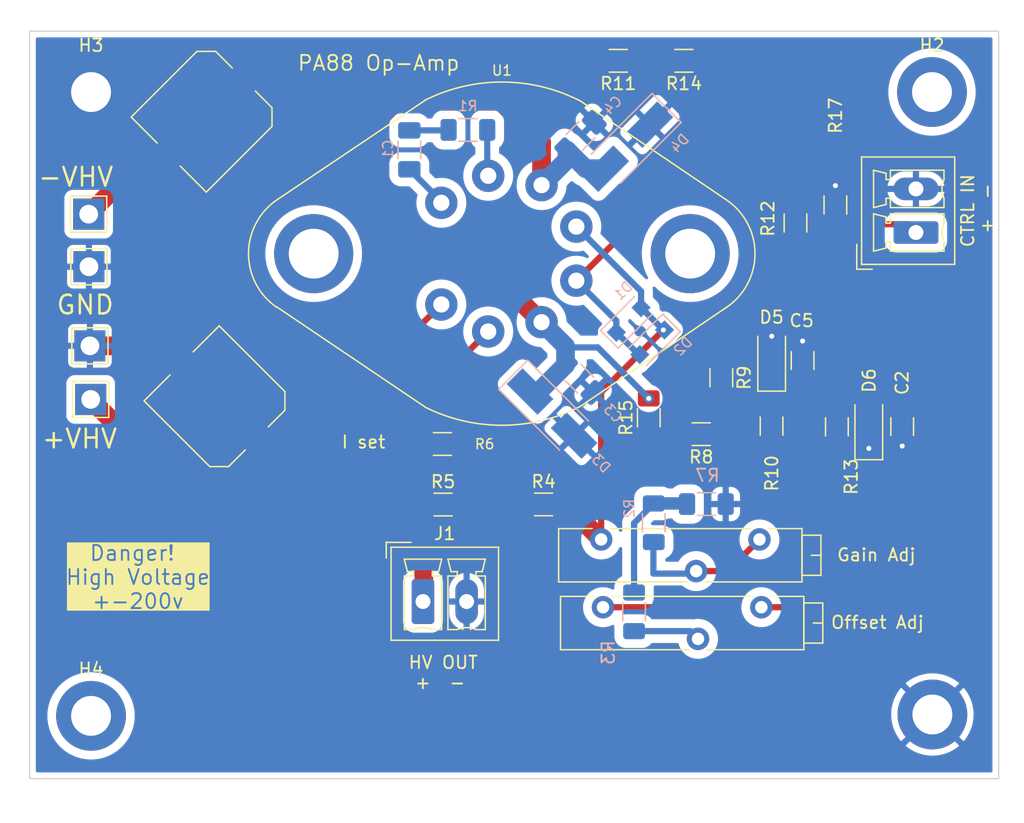
<source format=kicad_pcb>
(kicad_pcb (version 20241229) (generator "pcbnew") (generator_version "9.0")
  (layers (0 "F.Cu" signal) (2 "B.Cu" signal) (13 "F.Paste" user) (15 "B.Paste" user) (5 "F.SilkS" user "F.Silkscreen") (7 "B.SilkS" user "B.Silkscreen") (1 "F.Mask" user) (3 "B.Mask" user) (25 "Edge.Cuts" user))
  (net 0 "")
  (net 1 "Net-(C1-Pad1)")
  (net 2 "Net-(U1-CC)")
  (net 3 "GND")
  (net 4 "/CTRL")
  (net 5 "/HVOUT")
  (net 6 "Net-(R4-Pad1)")
  (net 7 "Net-(R2-Pad2)")
  (net 8 "Net-(U1-CL)")
  (net 9 "+VHV")
  (net 10 "-VHV")
  (net 11 "Net-(D1-A)")
  (net 13 "Net-(R8-Pad1)")
  (net 14 "+VLV")
  (net 15 "-VLV")
  (net 16 "Net-(R10-Pad1)")
  (net 17 "Net-(R11-Pad1)")
  (net 18 "Net-(R13-Pad2)")
  (net 19 "Net-(R3-Pad2)")
  (net 20 "Net-(U1-RC)")
  (net 21 "Net-(R2-Pad1)")
  (net 23 "Net-(R15-Pad1)")
  (net 24 "Net-(R12-Pad2)")
  (footprint "TestPoint:TestPoint_THTPad_2.5x2.5mm_Drill1.2mm" (layer "F.Cu") (at 135.53 87.31)
    (property "Reference" "TP4" (hide yes))
    (property "Value" "GND" (hide yes))
    (fp_line (start -1.45 -1.45) (end 1.45 -1.45) (stroke (width 0.12)) (layer "F.SilkS"))
    (fp_line (start -1.45 1.45) (end -1.45 -1.45) (stroke (width 0.12)) (layer "F.SilkS"))
    (fp_line (start 1.45 -1.45) (end 1.45 1.45) (stroke (width 0.12)) (layer "F.SilkS"))
    (fp_line (start 1.45 1.45) (end -1.45 1.45) (stroke (width 0.12)) (layer "F.SilkS"))
    (pad "1" thru_hole rect (at 0 0) (size 2.5 2.5) (drill 1.5) (layers "*.Cu" "*.Mask") (net 3 "GND"))
  )
  (footprint "Capacitor_SMD:C_1206_3216Metric_Pad1.33x1.80mm_HandSolder" (layer "F.Cu") (at 200.69 93.79 90)
    (property "Reference" "C2" (at 3.51 -0.01 90) (layer "F.SilkS"))
    (property "Value" "200pf")
    (fp_line (start -0.711252 -0.91) (end 0.711252 -0.91) (stroke (width 0.12)) (layer "F.SilkS"))
    (fp_line (start -0.711252 0.91) (end 0.711252 0.91) (stroke (width 0.12)) (layer "F.SilkS"))
    (pad "1" smd roundrect (at -1.5625 0 90) (size 1.325 1.8) (layers "F.Cu" "F.Mask" "F.Paste") (roundrect_rratio 0.188679) (net 3 "GND"))
    (pad "2" smd roundrect (at 1.5625 0 90) (size 1.325 1.8) (layers "F.Cu" "F.Mask" "F.Paste") (roundrect_rratio 0.188679) (net 15 "-VLV"))
  )
  (footprint "Resistor_SMD:R_1206_3216Metric_Pad1.30x1.75mm_HandSolder" (layer "F.Cu") (at 195.45 93.81 -90)
    (property "Reference" "R13" (at 4.01 -1.15 90) (layer "F.SilkS"))
    (property "Value" "100k")
    (fp_line (start -0.727064 0.91) (end 0.727064 0.91) (stroke (width 0.12)) (layer "F.SilkS"))
    (fp_line (start -0.727064 -0.91) (end 0.727064 -0.91) (stroke (width 0.12)) (layer "F.SilkS"))
    (pad "1" smd roundrect (at -1.55 0 270) (size 1.3 1.75) (layers "F.Cu" "F.Mask" "F.Paste") (roundrect_rratio 0.192308) (net 15 "-VLV"))
    (pad "2" smd roundrect (at 1.55 0 270) (size 1.3 1.75) (layers "F.Cu" "F.Mask" "F.Paste") (roundrect_rratio 0.192308) (net 18 "Net-(R13-Pad2)"))
  )
  (footprint "Connector_Phoenix_MC:PhoenixContact_MCV_1,5_2-G-3.5_1x02_P3.50mm_Vertical" (layer "F.Cu") (at 162.2475 107.8325)
    (property "Reference" "J1" (at 1.75 -5.45 0) (layer "F.SilkS"))
    (property "Value" "Screw_Terminal_01x02" (hide yes))
    (fp_line (start -2.95 -4.75) (end -0.95 -4.75) (stroke (width 0.12)) (layer "F.SilkS"))
    (fp_line (start -2.95 -3.5) (end -2.95 -4.75) (stroke (width 0.12)) (layer "F.SilkS"))
    (fp_line (start -2.56 -4.36) (end -2.56 3.11) (stroke (width 0.12)) (layer "F.SilkS"))
    (fp_line (start -2.56 3.11) (end 6.06 3.11) (stroke (width 0.12)) (layer "F.SilkS"))
    (fp_line (start -1.5 -3.4) (end 1.5 -3.4) (stroke (width 0.12)) (layer "F.SilkS"))
    (fp_line (start -1.5 -2.05) (end -0.75 -2.05) (stroke (width 0.12)) (layer "F.SilkS"))
    (fp_line (start -1.5 2.25) (end -1.5 -2.05) (stroke (width 0.12)) (layer "F.SilkS"))
    (fp_line (start -1.25 -2.4) (end -1.5 -3.4) (stroke (width 0.12)) (layer "F.SilkS"))
    (fp_line (start -0.75 -2.4) (end -1.25 -2.4) (stroke (width 0.12)) (layer "F.SilkS"))
    (fp_line (start -0.75 -2.05) (end -0.75 -2.4) (stroke (width 0.12)) (layer "F.SilkS"))
    (fp_line (start -0.75 2.25) (end -1.5 2.25) (stroke (width 0.12)) (layer "F.SilkS"))
    (fp_line (start 0.75 -2.4) (end 0.75 -2.05) (stroke (width 0.12)) (layer "F.SilkS"))
    (fp_line (start 0.75 -2.05) (end 1.5 -2.05) (stroke (width 0.12)) (layer "F.SilkS"))
    (fp_line (start 1.25 -2.4) (end 0.75 -2.4) (stroke (width 0.12)) (layer "F.SilkS"))
    (fp_line (start 1.5 -3.4) (end 1.25 -2.4) (stroke (width 0.12)) (layer "F.SilkS"))
    (fp_line (start 1.5 -2.05) (end 1.5 2.25) (stroke (width 0.12)) (layer "F.SilkS"))
    (fp_line (start 1.5 2.25) (end 0.75 2.25) (stroke (width 0.12)) (layer "F.SilkS"))
    (fp_line (start 2 -3.4) (end 5 -3.4) (stroke (width 0.12)) (layer "F.SilkS"))
    (fp_line (start 2 -2.05) (end 2.75 -2.05) (stroke (width 0.12)) (layer "F.SilkS"))
    (fp_line (start 2 2.25) (end 2 -2.05) (stroke (width 0.12)) (layer "F.SilkS"))
    (fp_line (start 2.25 -2.4) (end 2 -3.4) (stroke (width 0.12)) (layer "F.SilkS"))
    (fp_line (start 2.75 -2.4) (end 2.25 -2.4) (stroke (width 0.12)) (layer "F.SilkS"))
    (fp_line (start 2.75 -2.05) (end 2.75 -2.4) (stroke (width 0.12)) (layer "F.SilkS"))
    (fp_line (start 2.75 2.25) (end 2 2.25) (stroke (width 0.12)) (layer "F.SilkS"))
    (fp_line (start 4.25 -2.4) (end 4.25 -2.05) (stroke (width 0.12)) (layer "F.SilkS"))
    (fp_line (start 4.25 -2.05) (end 5 -2.05) (stroke (width 0.12)) (layer "F.SilkS"))
    (fp_line (start 4.75 -2.4) (end 4.25 -2.4) (stroke (width 0.12)) (layer "F.SilkS"))
    (fp_line (start 5 -3.4) (end 4.75 -2.4) (stroke (width 0.12)) (layer "F.SilkS"))
    (fp_line (start 5 -2.05) (end 5 2.25) (stroke (width 0.12)) (layer "F.SilkS"))
    (fp_line (start 5 2.25) (end 4.25 2.25) (stroke (width 0.12)) (layer "F.SilkS"))
    (fp_line (start 6.06 -4.36) (end -2.56 -4.36) (stroke (width 0.12)) (layer "F.SilkS"))
    (fp_line (start 6.06 3.11) (end 6.06 -4.36) (stroke (width 0.12)) (layer "F.SilkS"))
    (fp_arc (start -0.75 2.25) (mid -0.000193 2.09191) (end 0.749647 2.249844) (stroke (width 0.12)) (layer "F.SilkS"))
    (fp_arc (start 2.75 2.25) (mid 3.499807 2.09191) (end 4.249647 2.249844) (stroke (width 0.12)) (layer "F.SilkS"))
    (pad "1" thru_hole roundrect (at 0 0) (size 1.8 3.6) (drill 1.2) (layers "*.Cu" "*.Mask") (roundrect_rratio 0.138889) (net 5 "/HVOUT"))
    (pad "2" thru_hole oval (at 3.5 0) (size 1.8 3.6) (drill 1.2) (layers "*.Cu" "*.Mask") (net 3 "GND"))
  )
  (footprint "Resistor_SMD:R_1206_3216Metric_Pad1.30x1.75mm_HandSolder" (layer "F.Cu") (at 190.210552 93.753067 90)
    (property "Reference" "R10" (at -3.786933 0.019448 90) (layer "F.SilkS"))
    (property "Value" "100k")
    (fp_line (start -0.727064 -0.91) (end 0.727064 -0.91) (stroke (width 0.12)) (layer "F.SilkS"))
    (fp_line (start -0.727064 0.91) (end 0.727064 0.91) (stroke (width 0.12)) (layer "F.SilkS"))
    (pad "1" smd roundrect (at -1.55 0 90) (size 1.3 1.75) (layers "F.Cu" "F.Mask" "F.Paste") (roundrect_rratio 0.192308) (net 16 "Net-(R10-Pad1)"))
    (pad "2" smd roundrect (at 1.55 0 90) (size 1.3 1.75) (layers "F.Cu" "F.Mask" "F.Paste") (roundrect_rratio 0.192308) (net 14 "+VLV"))
  )
  (footprint "Resistor_SMD:R_1206_3216Metric_Pad1.30x1.75mm_HandSolder" (layer "F.Cu") (at 163.86 100.05)
    (property "Reference" "R5" (at 0 -1.83 0) (layer "F.SilkS"))
    (property "Value" "50K")
    (fp_line (start -0.727064 -0.91) (end 0.727064 -0.91) (stroke (width 0.12)) (layer "F.SilkS"))
    (fp_line (start -0.727064 0.91) (end 0.727064 0.91) (stroke (width 0.12)) (layer "F.SilkS"))
    (pad "1" smd roundrect (at -1.55 0) (size 1.3 1.75) (layers "F.Cu" "F.Mask" "F.Paste") (roundrect_rratio 0.192308) (net 5 "/HVOUT"))
    (pad "2" smd roundrect (at 1.55 0) (size 1.3 1.75) (layers "F.Cu" "F.Mask" "F.Paste") (roundrect_rratio 0.192308) (net 6 "Net-(R4-Pad1)"))
  )
  (footprint "MountingHole:MountingHole_3.2mm_M3_DIN965_Pad" (layer "F.Cu") (at 203.08 66.94)
    (property "Reference" "H2" (at 0 -3.75 0) (layer "F.SilkS"))
    (property "Value" "MountingHole_Pad" (hide yes))
    (pad "1" thru_hole circle (at 0 0) (size 5.6 5.6) (drill 3.2) (layers "*.Cu" "*.Mask"))
  )
  (footprint "Resistor_SMD:R_1206_3216Metric_Pad1.30x1.75mm_HandSolder" (layer "F.Cu") (at 180.36 93.08 90)
    (property "Reference" "R15" (at 0 -1.83 90) (layer "F.SilkS"))
    (property "Value" "68k")
    (fp_line (start -0.727064 -0.91) (end 0.727064 -0.91) (stroke (width 0.12)) (layer "F.SilkS"))
    (fp_line (start -0.727064 0.91) (end 0.727064 0.91) (stroke (width 0.12)) (layer "F.SilkS"))
    (pad "1" smd roundrect (at -1.55 0 90) (size 1.3 1.75) (layers "F.Cu" "F.Mask" "F.Paste") (roundrect_rratio 0.192308) (net 23 "Net-(R15-Pad1)"))
    (pad "2" smd roundrect (at 1.55 0 90) (size 1.3 1.75) (layers "F.Cu" "F.Mask" "F.Paste") (roundrect_rratio 0.192308) (net 9 "+VHV"))
  )
  (footprint "Resistor_SMD:R_1206_3216Metric_Pad1.30x1.75mm_HandSolder" (layer "F.Cu") (at 184.57 94.4 180)
    (property "Reference" "R8" (at 0 -1.83 0) (layer "F.SilkS"))
    (property "Value" "68k")
    (fp_line (start -0.727064 0.91) (end 0.727064 0.91) (stroke (width 0.12)) (layer "F.SilkS"))
    (fp_line (start -0.727064 -0.91) (end 0.727064 -0.91) (stroke (width 0.12)) (layer "F.SilkS"))
    (pad "1" smd roundrect (at -1.55 0 180) (size 1.3 1.75) (layers "F.Cu" "F.Mask" "F.Paste") (roundrect_rratio 0.192308) (net 13 "Net-(R8-Pad1)"))
    (pad "2" smd roundrect (at 1.55 0 180) (size 1.3 1.75) (layers "F.Cu" "F.Mask" "F.Paste") (roundrect_rratio 0.192308) (net 23 "Net-(R15-Pad1)"))
  )
  (footprint "Resistor_SMD:R_1206_3216Metric_Pad1.30x1.75mm_HandSolder" (layer "F.Cu") (at 171.92 100.04)
    (property "Reference" "R4" (at 0 -1.83 0) (layer "F.SilkS"))
    (property "Value" "50K")
    (fp_line (start -0.727064 -0.91) (end 0.727064 -0.91) (stroke (width 0.12)) (layer "F.SilkS"))
    (fp_line (start -0.727064 0.91) (end 0.727064 0.91) (stroke (width 0.12)) (layer "F.SilkS"))
    (pad "1" smd roundrect (at -1.55 0) (size 1.3 1.75) (layers "F.Cu" "F.Mask" "F.Paste") (roundrect_rratio 0.192308) (net 6 "Net-(R4-Pad1)"))
    (pad "2" smd roundrect (at 1.55 0) (size 1.3 1.75) (layers "F.Cu" "F.Mask" "F.Paste") (roundrect_rratio 0.192308) (net 11 "Net-(D1-A)"))
  )
  (footprint "Resistor_SMD:R_1206_3216Metric_Pad1.30x1.75mm_HandSolder" (layer "F.Cu") (at 163.81 95.19)
    (property "Reference" "R6" (at 3.38 0.01 0) (layer "F.SilkS") (effects (font (size 0.8 0.8) (thickness 0.12))))
    (property "Value" "11")
    (fp_line (start -0.727064 -0.91) (end 0.727064 -0.91) (stroke (width 0.12)) (layer "F.SilkS"))
    (fp_line (start -0.727064 0.91) (end 0.727064 0.91) (stroke (width 0.12)) (layer "F.SilkS"))
    (pad "1" smd roundrect (at -1.55 0) (size 1.3 1.75) (layers "F.Cu" "F.Mask" "F.Paste") (roundrect_rratio 0.1923076923) (net 5 "/HVOUT"))
    (pad "2" smd roundrect (at 1.55 0) (size 1.3 1.75) (layers "F.Cu" "F.Mask" "F.Paste") (roundrect_rratio 0.1923076923) (net 8 "Net-(U1-CL)"))
  )
  (footprint "Resistor_SMD:R_1206_3216Metric_Pad1.30x1.75mm_HandSolder" (layer "F.Cu") (at 192.13 77.45 90)
    (property "Reference" "R12" (at 0.353067 -2.210552 90) (layer "F.SilkS"))
    (property "Value" "68k")
    (fp_line (start -0.727064 -0.91) (end 0.727064 -0.91) (stroke (width 0.12)) (layer "F.SilkS"))
    (fp_line (start -0.727064 0.91) (end 0.727064 0.91) (stroke (width 0.12)) (layer "F.SilkS"))
    (pad "1" smd roundrect (at -1.55 0 90) (size 1.3 1.75) (layers "F.Cu" "F.Mask" "F.Paste") (roundrect_rratio 0.192308) (net 15 "-VLV"))
    (pad "2" smd roundrect (at 1.55 0 90) (size 1.3 1.75) (layers "F.Cu" "F.Mask" "F.Paste") (roundrect_rratio 0.192308) (net 24 "Net-(R12-Pad2)"))
  )
  (footprint "Resistor_SMD:R_1206_3216Metric_Pad1.30x1.75mm_HandSolder" (layer "F.Cu") (at 183.18 64.43 180)
    (property "Reference" "R14" (at 0 -1.83 0) (layer "F.SilkS"))
    (property "Value" "68k")
    (fp_line (start -0.727064 0.91) (end 0.727064 0.91) (stroke (width 0.12)) (layer "F.SilkS"))
    (fp_line (start -0.727064 -0.91) (end 0.727064 -0.91) (stroke (width 0.12)) (layer "F.SilkS"))
    (pad "1" smd roundrect (at -1.55 0 180) (size 1.3 1.75) (layers "F.Cu" "F.Mask" "F.Paste") (roundrect_rratio 0.192308) (net 24 "Net-(R12-Pad2)"))
    (pad "2" smd roundrect (at 1.55 0 180) (size 1.3 1.75) (layers "F.Cu" "F.Mask" "F.Paste") (roundrect_rratio 0.192308) (net 17 "Net-(R11-Pad1)"))
  )
  (footprint "Potentiometer_THT:Potentiometer_Bourns_3005_Horizontal" (layer "F.Cu") (at 176.54 102.85 180)
    (property "Reference" "RV1" (hide yes))
    (property "Value" "10")
    (fp_line (start 3.41 0.87) (end 0.721 0.87) (stroke (width 0.12)) (layer "F.SilkS"))
    (fp_line (start 3.41 -3.41) (end 3.41 0.87) (stroke (width 0.12)) (layer "F.SilkS"))
    (fp_line (start -0.721 0.87) (end -11.979 0.87) (stroke (width 0.12)) (layer "F.SilkS"))
    (fp_line (start -6.899 -3.41) (end 3.41 -3.41) (stroke (width 0.12)) (layer "F.SilkS"))
    (fp_line (start -13.421 0.87) (end -16.11 0.87) (stroke (width 0.12)) (layer "F.SilkS"))
    (fp_line (start -16.11 0.87) (end -16.11 -3.41) (stroke (width 0.12)) (layer "F.SilkS"))
    (fp_line (start -16.11 0.34) (end -17.63 0.34) (stroke (width 0.12)) (layer "F.SilkS"))
    (fp_line (start -16.11 -2.88) (end -16.11 0.34) (stroke (width 0.12)) (layer "F.SilkS"))
    (fp_line (start -16.11 -3.41) (end -8.341 -3.41) (stroke (width 0.12)) (layer "F.SilkS"))
    (fp_line (start -17.63 0.34) (end -17.63 -2.88) (stroke (width 0.12)) (layer "F.SilkS"))
    (fp_line (start -17.63 -1.27) (end -16.87 -1.27) (stroke (width 0.12)) (layer "F.SilkS"))
    (fp_line (start -17.63 -2.88) (end -16.11 -2.88) (stroke (width 0.12)) (layer "F.SilkS"))
    (pad "1" thru_hole circle (at 0 0 180) (size 1.8 1.8) (drill 1) (layers "*.Cu" "*.Mask") (net 11 "Net-(D1-A)"))
    (pad "2" thru_hole circle (at -7.62 -2.54 180) (size 1.8 1.8) (drill 1) (layers "*.Cu" "*.Mask") (net 21 "Net-(R2-Pad1)"))
    (pad "3" thru_hole circle (at -12.7 0 180) (size 1.8 1.8) (drill 1) (layers "*.Cu" "*.Mask") (net 21 "Net-(R2-Pad1)"))
  )
  (footprint "Resistor_SMD:R_1206_3216Metric_Pad1.30x1.75mm_HandSolder" (layer "F.Cu") (at 186.180552 89.873067 -90)
    (property "Reference" "R9" (at 0 -1.83 90) (layer "F.SilkS"))
    (property "Value" "68K")
    (fp_line (start -0.727064 0.91) (end 0.727064 0.91) (stroke (width 0.12)) (layer "F.SilkS"))
    (fp_line (start -0.727064 -0.91) (end 0.727064 -0.91) (stroke (width 0.12)) (layer "F.SilkS"))
    (pad "1" smd roundrect (at -1.55 0 270) (size 1.3 1.75) (layers "F.Cu" "F.Mask" "F.Paste") (roundrect_rratio 0.192308) (net 14 "+VLV"))
    (pad "2" smd roundrect (at 1.55 0 270) (size 1.3 1.75) (layers "F.Cu" "F.Mask" "F.Paste") (roundrect_rratio 0.192308) (net 13 "Net-(R8-Pad1)"))
  )
  (footprint "Diode_SMD:D_MiniMELF" (layer "F.Cu") (at 190.22 88.2875 90)
    (property "Reference" "D5" (at 3.273067 -0.010552 180) (layer "F.SilkS"))
    (property "Value" "D_Zener 6.2V" (hide yes))
    (fp_line (start 1.75 -1.11) (end -2.66 -1.11) (stroke (width 0.12)) (layer "F.SilkS"))
    (fp_line (start -2.66 -1.11) (end -2.66 1.11) (stroke (width 0.12)) (layer "F.SilkS"))
    (fp_line (start -2.66 1.11) (end 1.75 1.11) (stroke (width 0.12)) (layer "F.SilkS"))
    (pad "1" smd roundrect (at -1.75 0 90) (size 1.3 1.7) (layers "F.Cu" "F.Mask" "F.Paste") (roundrect_rratio 0.1923076923) (net 14 "+VLV"))
    (pad "2" smd roundrect (at 1.75 0 90) (size 1.3 1.7) (layers "F.Cu" "F.Mask" "F.Paste") (roundrect_rratio 0.1923076923) (net 3 "GND"))
  )
  (footprint "Connector_Phoenix_MC:PhoenixContact_MCV_1,5_2-G-3.5_1x02_P3.50mm_Vertical" (layer "F.Cu") (at 201.7925 78.2125 90)
    (property "Reference" "J3" (hide yes))
    (property "Value" "Screw_Terminal_01x02" (hide yes))
    (fp_line (start -2.95 -4.75) (end -0.95 -4.75) (stroke (width 0.12)) (layer "F.SilkS"))
    (fp_line (start 6.06 -4.36) (end -2.56 -4.36) (stroke (width 0.12)) (layer "F.SilkS"))
    (fp_line (start -2.56 -4.36) (end -2.56 3.11) (stroke (width 0.12)) (layer "F.SilkS"))
    (fp_line (start -2.95 -3.5) (end -2.95 -4.75) (stroke (width 0.12)) (layer "F.SilkS"))
    (fp_line (start 5 -3.4) (end 4.75 -2.4) (stroke (width 0.12)) (layer "F.SilkS"))
    (fp_line (start 2 -3.4) (end 5 -3.4) (stroke (width 0.12)) (layer "F.SilkS"))
    (fp_line (start 1.5 -3.4) (end 1.25 -2.4) (stroke (width 0.12)) (layer "F.SilkS"))
    (fp_line (start -1.5 -3.4) (end 1.5 -3.4) (stroke (width 0.12)) (layer "F.SilkS"))
    (fp_line (start 4.75 -2.4) (end 4.25 -2.4) (stroke (width 0.12)) (layer "F.SilkS"))
    (fp_line (start 4.25 -2.4) (end 4.25 -2.05) (stroke (width 0.12)) (layer "F.SilkS"))
    (fp_line (start 2.75 -2.4) (end 2.25 -2.4) (stroke (width 0.12)) (layer "F.SilkS"))
    (fp_line (start 2.25 -2.4) (end 2 -3.4) (stroke (width 0.12)) (layer "F.SilkS"))
    (fp_line (start 1.25 -2.4) (end 0.75 -2.4) (stroke (width 0.12)) (layer "F.SilkS"))
    (fp_line (start 0.75 -2.4) (end 0.75 -2.05) (stroke (width 0.12)) (layer "F.SilkS"))
    (fp_line (start -0.75 -2.4) (end -1.25 -2.4) (stroke (width 0.12)) (layer "F.SilkS"))
    (fp_line (start -1.25 -2.4) (end -1.5 -3.4) (stroke (width 0.12)) (layer "F.SilkS"))
    (fp_line (start 5 -2.05) (end 5 2.25) (stroke (width 0.12)) (layer "F.SilkS"))
    (fp_line (start 4.25 -2.05) (end 5 -2.05) (stroke (width 0.12)) (layer "F.SilkS"))
    (fp_line (start 2.75 -2.05) (end 2.75 -2.4) (stroke (width 0.12)) (layer "F.SilkS"))
    (fp_line (start 2 -2.05) (end 2.75 -2.05) (stroke (width 0.12)) (layer "F.SilkS"))
    (fp_line (start 1.5 -2.05) (end 1.5 2.25) (stroke (width 0.12)) (layer "F.SilkS"))
    (fp_line (start 0.75 -2.05) (end 1.5 -2.05) (stroke (width 0.12)) (layer "F.SilkS"))
    (fp_line (start -0.75 -2.05) (end -0.75 -2.4) (stroke (width 0.12)) (layer "F.SilkS"))
    (fp_line (start -1.5 -2.05) (end -0.75 -2.05) (stroke (width 0.12)) (layer "F.SilkS"))
    (fp_line (start 5 2.25) (end 4.25 2.25) (stroke (width 0.12)) (layer "F.SilkS"))
    (fp_line (start 2.75 2.25) (end 2 2.25) (stroke (width 0.12)) (layer "F.SilkS"))
    (fp_line (start 2 2.25) (end 2 -2.05) (stroke (width 0.12)) (layer "F.SilkS"))
    (fp_line (start 1.5 2.25) (end 0.75 2.25) (stroke (width 0.12)) (layer "F.SilkS"))
    (fp_line (start -0.75 2.25) (end -1.5 2.25) (stroke (width 0.12)) (layer "F.SilkS"))
    (fp_line (start -1.5 2.25) (end -1.5 -2.05) (stroke (width 0.12)) (layer "F.SilkS"))
    (fp_line (start 6.06 3.11) (end 6.06 -4.36) (stroke (width 0.12)) (layer "F.SilkS"))
    (fp_line (start -2.56 3.11) (end 6.06 3.11) (stroke (width 0.12)) (layer "F.SilkS"))
    (fp_arc (start 2.75 2.25) (mid 3.499807 2.09191) (end 4.249647 2.249844) (stroke (width 0.12)) (layer "F.SilkS"))
    (fp_arc (start -0.75 2.25) (mid -0.000193 2.09191) (end 0.749647 2.249844) (stroke (width 0.12)) (layer "F.SilkS"))
    (pad "1" thru_hole roundrect (at 0 0 90) (size 1.8 3.6) (drill 1.2) (layers "*.Cu" "*.Mask") (roundrect_rratio 0.138889) (net 4 "/CTRL"))
    (pad "2" thru_hole oval (at 3.5 0 90) (size 1.8 3.6) (drill 1.2) (layers "*.Cu" "*.Mask") (net 3 "GND"))
  )
  (footprint "MountingHole:MountingHole_3.2mm_M3_DIN965_Pad" (layer "F.Cu") (at 135.62 117.01)
    (property "Reference" "H4" (at 0 -3.75 0) (layer "F.SilkS"))
    (property "Value" "MountingHole_Pad" (hide yes))
    (pad "1" thru_hole circle (at 0 0) (size 5.6 5.6) (drill 3.2) (layers "*.Cu" "*.Mask"))
  )
  (footprint "TestPoint:TestPoint_THTPad_2.5x2.5mm_Drill1.2mm" (layer "F.Cu") (at 135.59 91.61)
    (property "Reference" "TP1" (hide yes))
    (property "Value" "+VHV" (hide yes))
    (fp_line (start -1.45 -1.45) (end 1.45 -1.45) (stroke (width 0.12)) (layer "F.SilkS"))
    (fp_line (start -1.45 1.45) (end -1.45 -1.45) (stroke (width 0.12)) (layer "F.SilkS"))
    (fp_line (start 1.45 -1.45) (end 1.45 1.45) (stroke (width 0.12)) (layer "F.SilkS"))
    (fp_line (start 1.45 1.45) (end -1.45 1.45) (stroke (width 0.12)) (layer "F.SilkS"))
    (pad "1" thru_hole rect (at 0 0) (size 2.5 2.5) (drill 1.5) (layers "*.Cu" "*.Mask") (net 9 "+VHV"))
  )
  (footprint "MountingHole:MountingHole_3.2mm_M3_DIN965_Pad" (layer "F.Cu") (at 203.11 116.9)
    (property "Reference" "H1" (hide yes))
    (property "Value" "MountingHole_Pad" (hide yes))
    (pad "1" thru_hole circle (at 0 0) (size 5.6 5.6) (drill 3.2) (layers "*.Cu" "*.Mask") (net 3 "GND"))
  )
  (footprint "TestPoint:TestPoint_THTPad_2.5x2.5mm_Drill1.2mm" (layer "F.Cu") (at 135.45 80.96)
    (property "Reference" "TP3" (hide yes))
    (property "Value" "GND" (hide yes))
    (fp_line (start -1.45 -1.45) (end 1.45 -1.45) (stroke (width 0.12)) (layer "F.SilkS"))
    (fp_line (start -1.45 1.45) (end -1.45 -1.45) (stroke (width 0.12)) (layer "F.SilkS"))
    (fp_line (start 1.45 -1.45) (end 1.45 1.45) (stroke (width 0.12)) (layer "F.SilkS"))
    (fp_line (start 1.45 1.45) (end -1.45 1.45) (stroke (width 0.12)) (layer "F.SilkS"))
    (pad "1" thru_hole rect (at 0 0) (size 2.5 2.5) (drill 1.5) (layers "*.Cu" "*.Mask") (net 3 "GND"))
  )
  (footprint "Diode_SMD:D_MiniMELF" (layer "F.Cu") (at 198.01 93.79 90)
    (property "Reference" "D6" (at 3.7 0.03 90) (layer "F.SilkS"))
    (property "Value" "D_Zener 6.2V" (hide yes))
    (fp_line (start 1.75 -1.11) (end -2.66 -1.11) (stroke (width 0.12)) (layer "F.SilkS"))
    (fp_line (start -2.66 -1.11) (end -2.66 1.11) (stroke (width 0.12)) (layer "F.SilkS"))
    (fp_line (start -2.66 1.11) (end 1.75 1.11) (stroke (width 0.12)) (layer "F.SilkS"))
    (pad "1" smd roundrect (at -1.75 0 90) (size 1.3 1.7) (layers "F.Cu" "F.Mask" "F.Paste") (roundrect_rratio 0.1923076923) (net 3 "GND"))
    (pad "2" smd roundrect (at 1.75 0 90) (size 1.3 1.7) (layers "F.Cu" "F.Mask" "F.Paste") (roundrect_rratio 0.1923076923) (net 15 "-VLV"))
  )
  (footprint "Resistor_SMD:R_1206_3216Metric_Pad1.30x1.75mm_HandSolder" (layer "F.Cu") (at 177.91 64.43 180)
    (property "Reference" "R11" (at 0 -1.83 0) (layer "F.SilkS"))
    (property "Value" "68k")
    (fp_line (start -0.727064 0.91) (end 0.727064 0.91) (stroke (width 0.12)) (layer "F.SilkS"))
    (fp_line (start -0.727064 -0.91) (end 0.727064 -0.91) (stroke (width 0.12)) (layer "F.SilkS"))
    (pad "1" smd roundrect (at -1.55 0 180) (size 1.3 1.75) (layers "F.Cu" "F.Mask" "F.Paste") (roundrect_rratio 0.192308) (net 17 "Net-(R11-Pad1)"))
    (pad "2" smd roundrect (at 1.55 0 180) (size 1.3 1.75) (layers "F.Cu" "F.Mask" "F.Paste") (roundrect_rratio 0.192308) (net 10 "-VHV"))
  )
  (footprint "Capacitor_SMD:C_1206_3216Metric_Pad1.33x1.80mm_HandSolder" (layer "F.Cu") (at 192.7 88.49 -90)
    (property "Reference" "C5" (at -3.1975 0.08 180) (layer "F.SilkS"))
    (property "Value" "200pf")
    (fp_line (start -0.711252 0.91) (end 0.711252 0.91) (stroke (width 0.12)) (layer "F.SilkS"))
    (fp_line (start -0.711252 -0.91) (end 0.711252 -0.91) (stroke (width 0.12)) (layer "F.SilkS"))
    (pad "1" smd roundrect (at -1.5625 0 270) (size 1.325 1.8) (layers "F.Cu" "F.Mask" "F.Paste") (roundrect_rratio 0.188679) (net 3 "GND"))
    (pad "2" smd roundrect (at 1.5625 0 270) (size 1.325 1.8) (layers "F.Cu" "F.Mask" "F.Paste") (roundrect_rratio 0.188679) (net 14 "+VLV"))
  )
  (footprint "Resistor_SMD:R_1206_3216Metric_Pad1.30x1.75mm_HandSolder" (layer "F.Cu") (at 195.33 76 90)
    (property "Reference" "R17" (at 7.17 0.01 90) (layer "F.SilkS"))
    (property "Value" "NC")
    (fp_line (start -0.727064 -0.91) (end 0.727064 -0.91) (stroke (width 0.12)) (layer "F.SilkS"))
    (fp_line (start -0.727064 0.91) (end 0.727064 0.91) (stroke (width 0.12)) (layer "F.SilkS"))
    (pad "1" smd roundrect (at -1.55 0 90) (size 1.3 1.75) (layers "F.Cu" "F.Mask" "F.Paste") (roundrect_rratio 0.192308) (net 4 "/CTRL"))
    (pad "2" smd roundrect (at 1.55 0 90) (size 1.3 1.75) (layers "F.Cu" "F.Mask" "F.Paste") (roundrect_rratio 0.192308) (net 3 "GND"))
  )
  (footprint "MountingHole:MountingHole_3.2mm_M3_DIN965_Pad" (layer "F.Cu") (at 135.62 66.94)
    (property "Reference" "H3" (at 0 -3.75 0) (layer "F.SilkS"))
    (property "Value" "MountingHole_Pad" (hide yes))
    (pad "1" thru_hole circle (at 0 0) (size 5.6 5.6) (drill 3.2) (layers "*.Cu" "*.Mask") (net 3 "GND"))
  )
  (footprint "Potentiometer_THT:Potentiometer_Bourns_3005_Horizontal" (layer "F.Cu") (at 176.69 108.29 180)
    (property "Reference" "RV2" (hide yes))
    (property "Value" "100K")
    (fp_line (start 3.41 0.87) (end 0.721 0.87) (stroke (width 0.12)) (layer "F.SilkS"))
    (fp_line (start 3.41 -3.41) (end 3.41 0.87) (stroke (width 0.12)) (layer "F.SilkS"))
    (fp_line (start -0.721 0.87) (end -11.979 0.87) (stroke (width 0.12)) (layer "F.SilkS"))
    (fp_line (start -6.899 -3.41) (end 3.41 -3.41) (stroke (width 0.12)) (layer "F.SilkS"))
    (fp_line (start -13.421 0.87) (end -16.11 0.87) (stroke (width 0.12)) (layer "F.SilkS"))
    (fp_line (start -16.11 0.87) (end -16.11 -3.41) (stroke (width 0.12)) (layer "F.SilkS"))
    (fp_line (start -16.11 0.34) (end -17.63 0.34) (stroke (width 0.12)) (layer "F.SilkS"))
    (fp_line (start -16.11 -2.88) (end -16.11 0.34) (stroke (width 0.12)) (layer "F.SilkS"))
    (fp_line (start -16.11 -3.41) (end -8.341 -3.41) (stroke (width 0.12)) (layer "F.SilkS"))
    (fp_line (start -17.63 0.34) (end -17.63 -2.88) (stroke (width 0.12)) (layer "F.SilkS"))
    (fp_line (start -17.63 -1.27) (end -16.87 -1.27) (stroke (width 0.12)) (layer "F.SilkS"))
    (fp_line (start -17.63 -2.88) (end -16.11 -2.88) (stroke (width 0.12)) (layer "F.SilkS"))
    (pad "1" thru_hole circle (at 0 0 180) (size 1.8 1.8) (drill 1) (layers "*.Cu" "*.Mask") (net 16 "Net-(R10-Pad1)"))
    (pad "2" thru_hole circle (at -7.62 -2.54 180) (size 1.8 1.8) (drill 1) (layers "*.Cu" "*.Mask") (net 19 "Net-(R3-Pad2)"))
    (pad "3" thru_hole circle (at -12.7 0 180) (size 1.8 1.8) (drill 1) (layers "*.Cu" "*.Mask") (net 18 "Net-(R13-Pad2)"))
  )
  (footprint "TestPoint:TestPoint_THTPad_2.5x2.5mm_Drill1.2mm" (layer "F.Cu") (at 135.43 76.74)
    (property "Reference" "TP2" (hide yes))
    (property "Value" "-VHV" (hide yes))
    (fp_line (start -1.45 -1.45) (end 1.45 -1.45) (stroke (width 0.12)) (layer "F.SilkS"))
    (fp_line (start -1.45 1.45) (end -1.45 -1.45) (stroke (width 0.12)) (layer "F.SilkS"))
    (fp_line (start 1.45 -1.45) (end 1.45 1.45) (stroke (width 0.12)) (layer "F.SilkS"))
    (fp_line (start 1.45 1.45) (end -1.45 1.45) (stroke (width 0.12)) (layer "F.SilkS"))
    (pad "1" thru_hole rect (at 0 0) (size 2.5 2.5) (drill 1.5) (layers "*.Cu" "*.Mask") (net 10 "-VHV"))
  )
  (footprint "jmlib:TO-3-8" (layer "F.Cu") (at 168.58 79.91)
    (property "Reference" "U1" (at 0 -14.7 0) (layer "F.SilkS") (effects (font (size 0.8 0.8) (thickness 0.12))))
    (property "Value" "PA88")
    (fp_line (start -6.1 -12.35) (end -18 -4.35) (stroke (width 0.12)) (layer "F.SilkS"))
    (fp_line (start -6.1 12.35) (end -18.1 4.25) (stroke (width 0.12)) (layer "F.SilkS"))
    (fp_line (start 6.3 -12.25) (end 18.1 -4.25) (stroke (width 0.12)) (layer "F.SilkS"))
    (fp_line (start 6.3 12.25) (end 18.1 4.25) (stroke (width 0.12)) (layer "F.SilkS"))
    (fp_arc (start -18.076967 4.297694) (mid -20.327843 -0.046529) (end -18 -4.35) (stroke (width 0.12)) (layer "F.SilkS"))
    (fp_arc (start -6.1 -12.35) (mid 0.171643 -13.773273) (end 6.40587 -12.194152) (stroke (width 0.12)) (layer "F.SilkS"))
    (fp_arc (start 6.40587 12.194152) (mid 0.171643 13.773273) (end -6.1 12.35) (stroke (width 0.12)) (layer "F.SilkS"))
    (fp_arc (start 18.1 -4.25) (mid 20.301343 0.092388) (end 17.947176 4.353859) (stroke (width 0.12)) (layer "F.SilkS"))
    (pad "1" thru_hole circle (at -4.86 4.08) (size 2.6 2.6) (drill 1.3) (layers "*.Cu" "*.Mask") (net 5 "/HVOUT"))
    (pad "2" thru_hole circle (at -1.1 6.25) (size 2.6 2.6) (drill 1.3) (layers "*.Cu" "*.Mask") (net 8 "Net-(U1-CL)"))
    (pad "3" thru_hole circle (at 3.18 5.5) (size 2.6 2.6) (drill 1.3) (layers "*.Cu" "*.Mask") (net 9 "+VHV"))
    (pad "4" thru_hole circle (at 5.97 2.17) (size 2.6 2.6) (drill 1.3) (layers "*.Cu" "*.Mask") (net 4 "/CTRL"))
    (pad "5" thru_hole circle (at 5.97 -2.17) (size 2.6 2.6) (drill 1.3) (layers "*.Cu" "*.Mask") (net 11 "Net-(D1-A)"))
    (pad "6" thru_hole circle (at 3.18 -5.5) (size 2.6 2.6) (drill 1.3) (layers "*.Cu" "*.Mask") (net 10 "-VHV"))
    (pad "7" thru_hole circle (at -1.1 -6.25) (size 2.6 2.6) (drill 1.3) (layers "*.Cu" "*.Mask") (net 20 "Net-(U1-RC)"))
    (pad "8" thru_hole circle (at -4.86 -4.08) (size 2.6 2.6) (drill 1.3) (layers "*.Cu" "*.Mask") (net 2 "Net-(U1-CC)"))
    (pad "C" thru_hole circle (at -15.1 0) (size 6.35 6.35) (drill 4) (layers "*.Cu" "*.Mask"))
    (pad "C" thru_hole circle (at 15.1 0) (size 6.35 6.35) (drill 4) (layers "*.Cu" "*.Mask"))
  )
  (footprint "Capacitor_SMD:C_Elec_8x10.2" (layer "F.Cu") (at 145.9 91.73 135)
    (property "Reference" "C19" (hide yes))
    (property "Value" "1.8u" (hide yes))
    (fp_line (start 4.26 -4.26) (end 4.26 -1.31) (stroke (width 0.12)) (layer "F.SilkS"))
    (fp_line (start -3.195563 -4.26) (end 4.26 -4.26) (stroke (width 0.12)) (layer "F.SilkS"))
    (fp_line (start 4.26 4.26) (end 4.26 1.31) (stroke (width 0.12)) (layer "F.SilkS"))
    (fp_line (start -4.26 -3.195563) (end -3.195563 -4.26) (stroke (width 0.12)) (layer "F.SilkS"))
    (fp_line (start -4.26 -3.195563) (end -4.26 -1.31) (stroke (width 0.12)) (layer "F.SilkS"))
    (fp_line (start -3.195563 4.26) (end 4.26 4.26) (stroke (width 0.12)) (layer "F.SilkS"))
    (fp_line (start -4.26 3.195563) (end -4.26 1.31) (stroke (width 0.12)) (layer "F.SilkS"))
    (fp_line (start -4.26 3.195563) (end -3.195563 4.26) (stroke (width 0.12)) (layer "F.SilkS"))
    (pad "1" smd roundrect (at -3.599999 0 135) (size 4.5 2.1) (layers "F.Cu" "F.Mask" "F.Paste") (roundrect_rratio 0.1190480952) (net 9 "+VHV"))
    (pad "2" smd roundrect (at 3.599999 0 135) (size 4.5 2.1) (layers "F.Cu" "F.Mask" "F.Paste") (roundrect_rratio 0.1190480952) (net 3 "GND"))
  )
  (footprint "Capacitor_SMD:C_Elec_8x10.2" (layer "F.Cu") (at 144.863414 68.946587 -135)
    (property "Reference" "C20" (hide yes))
    (property "Value" "1.8u" (hide yes))
    (fp_line (start 4.26 4.26) (end 4.26 1.31) (stroke (width 0.12)) (layer "F.SilkS"))
    (fp_line (start -3.195563 4.26) (end 4.26 4.26) (stroke (width 0.12)) (layer "F.SilkS"))
    (fp_line (start 4.26 -4.26) (end 4.26 -1.31) (stroke (width 0.12)) (layer "F.SilkS"))
    (fp_line (start -4.26 3.195563) (end -3.195563 4.26) (stroke (width 0.12)) (layer "F.SilkS"))
    (fp_line (start -4.26 3.195563) (end -4.26 1.31) (stroke (width 0.12)) (layer "F.SilkS"))
    (fp_line (start -4.26 -3.195563) (end -4.26 -1.31) (stroke (width 0.12)) (layer "F.SilkS"))
    (fp_line (start -4.26 -3.195563) (end -3.195563 -4.26) (stroke (width 0.12)) (layer "F.SilkS"))
    (fp_line (start -3.195563 -4.26) (end 4.26 -4.26) (stroke (width 0.12)) (layer "F.SilkS"))
    (pad "1" smd roundrect (at -3.599999 0 225) (size 4.5 2.1) (layers "F.Cu" "F.Mask" "F.Paste") (roundrect_rratio 0.1190480952) (net 3 "GND"))
    (pad "2" smd roundrect (at 3.599999 0 225) (size 4.5 2.1) (layers "F.Cu" "F.Mask" "F.Paste") (roundrect_rratio 0.1190480952) (net 10 "-VHV"))
  )
  (footprint "Resistor_SMD:R_1206_3216Metric_Pad1.30x1.75mm_HandSolder" (layer "B.Cu") (at 179.18 108.66 -90)
    (property "Reference" "R3" (at 3.27 2.07 90) (layer "B.SilkS") (effects (justify mirror)))
    (property "Value" "330k")
    (fp_line (start -0.727064 0.91) (end 0.727064 0.91) (stroke (width 0.12)) (layer "B.SilkS"))
    (fp_line (start -0.727064 -0.91) (end 0.727064 -0.91) (stroke (width 0.12)) (layer "B.SilkS"))
    (pad "1" smd roundrect (at -1.55 0 270) (size 1.3 1.75) (layers "B.Cu" "B.Mask" "B.Paste") (roundrect_rratio 0.192308) (net 7 "Net-(R2-Pad2)"))
    (pad "2" smd roundrect (at 1.55 0 270) (size 1.3 1.75) (layers "B.Cu" "B.Mask" "B.Paste") (roundrect_rratio 0.192308) (net 19 "Net-(R3-Pad2)"))
  )
  (footprint "Diode_SMD:D_SOD-123F" (layer "B.Cu") (at 178.750552 85.233067 45)
    (property "Reference" "D1" (at 1.343503 -1.965757 45) (layer "B.SilkS") (effects (font (size 0.8 0.8) (thickness 0.12)) (justify mirror)))
    (property "Value" "DSS120U")
    (fp_line (start -2.2 -1) (end 1.65 -1) (stroke (width 0.12)) (layer "B.SilkS"))
    (fp_line (start -2.2 1) (end -2.2 -1) (stroke (width 0.12)) (layer "B.SilkS"))
    (fp_line (start -2.2 1) (end 1.65 1) (stroke (width 0.12)) (layer "B.SilkS"))
    (pad "1" smd rect (at -1.399999 0 45) (size 1.1 1.1) (layers "B.Cu" "B.Mask" "B.Paste") (net 4 "/CTRL"))
    (pad "2" smd rect (at 1.399999 0 45) (size 1.1 1.1) (layers "B.Cu" "B.Mask" "B.Paste") (net 11 "Net-(D1-A)"))
  )
  (footprint "Diode_SMD:D_SMA_Handsoldering" (layer "B.Cu") (at 178.680552 71.323067 -135)
    (property "Reference" "D4" (at -3.134261 -2.748086 45) (layer "B.SilkS") (effects (font (size 0.8 0.8) (thickness 0.12)) (justify mirror)))
    (property "Value" "SMAJ200A")
    (fp_line (start -4.4 1.65) (end 2.5 1.65) (stroke (width 0.12)) (layer "B.SilkS"))
    (fp_line (start -4.4 1.65) (end -4.4 -1.65) (stroke (width 0.12)) (layer "B.SilkS"))
    (fp_line (start -4.4 -1.65) (end 2.5 -1.65) (stroke (width 0.12)) (layer "B.SilkS"))
    (pad "1" smd rect (at -2.5 0 225) (size 3.5 1.8) (layers "B.Cu" "B.Mask" "B.Paste") (net 3 "GND"))
    (pad "2" smd rect (at 2.5 0 225) (size 3.5 1.8) (layers "B.Cu" "B.Mask" "B.Paste") (net 10 "-VHV"))
  )
  (footprint "Resistor_SMD:R_1206_3216Metric_Pad1.30x1.75mm_HandSolder" (layer "B.Cu") (at 184.98 100.01)
    (property "Reference" "R7" (at 0.09 -2.3 0) (layer "B.SilkS") (effects (justify mirror)))
    (property "Value" "160")
    (fp_line (start -0.727064 -0.91) (end 0.727064 -0.91) (stroke (width 0.12)) (layer "B.SilkS"))
    (fp_line (start -0.727064 0.91) (end 0.727064 0.91) (stroke (width 0.12)) (layer "B.SilkS"))
    (pad "1" smd roundrect (at -1.55 0) (size 1.3 1.75) (layers "B.Cu" "B.Mask" "B.Paste") (roundrect_rratio 0.192308) (net 7 "Net-(R2-Pad2)"))
    (pad "2" smd roundrect (at 1.55 0) (size 1.3 1.75) (layers "B.Cu" "B.Mask" "B.Paste") (roundrect_rratio 0.192308) (net 3 "GND"))
  )
  (footprint "Resistor_SMD:R_1206_3216Metric_Pad1.30x1.75mm_HandSolder" (layer "B.Cu") (at 180.76 101.51 90)
    (property "Reference" "R2" (at 1.14 -1.96 90) (layer "B.SilkS") (effects (font (size 0.8 0.8) (thickness 0.12)) (justify mirror)))
    (property "Value" "5.1K")
    (fp_line (start -0.727064 -0.91) (end 0.727064 -0.91) (stroke (width 0.12)) (layer "B.SilkS"))
    (fp_line (start -0.727064 0.91) (end 0.727064 0.91) (stroke (width 0.12)) (layer "B.SilkS"))
    (pad "1" smd roundrect (at -1.55 0 90) (size 1.3 1.75) (layers "B.Cu" "B.Mask" "B.Paste") (roundrect_rratio 0.1923076923) (net 21 "Net-(R2-Pad1)"))
    (pad "2" smd roundrect (at 1.55 0 90) (size 1.3 1.75) (layers "B.Cu" "B.Mask" "B.Paste") (roundrect_rratio 0.1923076923) (net 7 "Net-(R2-Pad2)"))
  )
  (footprint "Resistor_SMD:R_1206_3216Metric_Pad1.30x1.75mm_HandSolder" (layer "B.Cu") (at 165.852 69.978)
    (property "Reference" "R1" (at -0.01 -1.92 0) (layer "B.SilkS") (effects (font (size 0.8 0.8) (thickness 0.12)) (justify mirror)))
    (property "Value" "100")
    (fp_line (start -0.727064 -0.91) (end 0.727064 -0.91) (stroke (width 0.12)) (layer "B.SilkS"))
    (fp_line (start -0.727064 0.91) (end 0.727064 0.91) (stroke (width 0.12)) (layer "B.SilkS"))
    (pad "1" smd roundrect (at -1.55 0) (size 1.3 1.75) (layers "B.Cu" "B.Mask" "B.Paste") (roundrect_rratio 0.1923076923) (net 1 "Net-(C1-Pad1)"))
    (pad "2" smd roundrect (at 1.55 0) (size 1.3 1.75) (layers "B.Cu" "B.Mask" "B.Paste") (roundrect_rratio 0.1923076923) (net 20 "Net-(U1-RC)"))
  )
  (footprint "Diode_SMD:D_SMA_Handsoldering" (layer "B.Cu") (at 172.600552 92.743067 -45)
    (property "Reference" "D3" (at 5.614428 0.056569 135) (layer "B.SilkS") (effects (font (size 0.8 0.8) (thickness 0.12)) (justify mirror)))
    (property "Value" "SMAJ200A")
    (fp_line (start -4.4 1.65) (end -4.4 -1.65) (stroke (width 0.12)) (layer "B.SilkS"))
    (fp_line (start -4.4 1.65) (end 2.5 1.65) (stroke (width 0.12)) (layer "B.SilkS"))
    (fp_line (start -4.4 -1.65) (end 2.5 -1.65) (stroke (width 0.12)) (layer "B.SilkS"))
    (pad "1" smd rect (at -2.5 0 315) (size 3.5 1.8) (layers "B.Cu" "B.Mask" "B.Paste") (net 9 "+VHV"))
    (pad "2" smd rect (at 2.5 0 315) (size 3.5 1.8) (layers "B.Cu" "B.Mask" "B.Paste") (net 3 "GND"))
  )
  (footprint "Capacitor_SMD:C_1206_3216Metric_Pad1.33x1.80mm_HandSolder" (layer "B.Cu") (at 174.785406 89.947921 -45)
    (property "Reference" "C3" (at 3.882223 0.056569 135) (layer "B.SilkS") (effects (font (size 0.8 0.8) (thickness 0.12)) (justify mirror)))
    (property "Value" "0.1u")
    (fp_line (start -0.711252 0.91) (end 0.711252 0.91) (stroke (width 0.12)) (layer "B.SilkS"))
    (fp_line (start -0.711252 -0.91) (end 0.711252 -0.91) (stroke (width 0.12)) (layer "B.SilkS"))
    (pad "1" smd roundrect (at -1.5625 0 315) (size 1.325 1.8) (layers "B.Cu" "B.Mask" "B.Paste") (roundrect_rratio 0.1886792453) (net 9 "+VHV"))
    (pad "2" smd roundrect (at 1.5625 0 315) (size 1.325 1.8) (layers "B.Cu" "B.Mask" "B.Paste") (roundrect_rratio 0.1886792453) (net 3 "GND"))
  )
  (footprint "Diode_SMD:D_SOD-123F" (layer "B.Cu") (at 180.630552 87.023067 -135)
    (property "Reference" "D2" (at -1.52028 -1.98697 45) (layer "B.SilkS") (effects (font (size 0.8 0.8) (thickness 0.12)) (justify mirror)))
    (property "Value" "DSS120U")
    (fp_line (start -2.2 1) (end 1.65 1) (stroke (width 0.12)) (layer "B.SilkS"))
    (fp_line (start -2.2 1) (end -2.2 -1) (stroke (width 0.12)) (layer "B.SilkS"))
    (fp_line (start -2.2 -1) (end 1.65 -1) (stroke (width 0.12)) (layer "B.SilkS"))
    (pad "1" smd rect (at -1.399999 0 225) (size 1.1 1.1) (layers "B.Cu" "B.Mask" "B.Paste") (net 11 "Net-(D1-A)"))
    (pad "2" smd rect (at 1.399999 0 225) (size 1.1 1.1) (layers "B.Cu" "B.Mask" "B.Paste") (net 4 "/CTRL"))
  )
  (footprint "Capacitor_SMD:C_1206_3216Metric_Pad1.33x1.80mm_HandSolder" (layer "B.Cu") (at 174.890552 70.473067 45)
    (property "Reference" "C4" (at 3.58 0.07 45) (layer "B.SilkS") (effects (font (size 0.8 0.8) (thickness 0.12)) (justify mirror)))
    (property "Value" "0.1u")
    (fp_line (start -0.711252 -0.91) (end 0.711252 -0.91) (stroke (width 0.12)) (layer "B.SilkS"))
    (fp_line (start -0.711252 0.91) (end 0.711252 0.91) (stroke (width 0.12)) (layer "B.SilkS"))
    (pad "1" smd roundrect (at -1.5625 0 45) (size 1.325 1.8) (layers "B.Cu" "B.Mask" "B.Paste") (roundrect_rratio 0.1886792453) (net 10 "-VHV"))
    (pad "2" smd roundrect (at 1.5625 0 45) (size 1.325 1.8) (layers "B.Cu" "B.Mask" "B.Paste") (roundrect_rratio 0.1886792453) (net 3 "GND"))
  )
  (footprint "Capacitor_SMD:C_1206_3216Metric_Pad1.33x1.80mm_HandSolder" (layer "B.Cu") (at 161.152 71.578 -90)
    (property "Reference" "C1" (at -0.036 1.716 90) (layer "B.SilkS") (effects (font (size 0.8 0.8) (thickness 0.12)) (justify mirror)))
    (property "Value" "15pF")
    (fp_line (start -0.711252 0.91) (end 0.711252 0.91) (stroke (width 0.12)) (layer "B.SilkS"))
    (fp_line (start -0.711252 -0.91) (end 0.711252 -0.91) (stroke (width 0.12)) (layer "B.SilkS"))
    (pad "1" smd roundrect (at -1.5625 0 270) (size 1.325 1.8) (layers "B.Cu" "B.Mask" "B.Paste") (roundrect_rratio 0.1886792453) (net 1 "Net-(C1-Pad1)"))
    (pad "2" smd roundrect (at 1.5625 0 270) (size 1.325 1.8) (layers "B.Cu" "B.Mask" "B.Paste") (roundrect_rratio 0.1886792453) (net 2 "Net-(U1-CC)"))
  )
  (gr_rect (start 130.69 62.05) (end 208.43 122.05) (stroke (width 0.1)) (fill no) (layer "Edge.Cuts"))
  (gr_text "Danger! \nHigh Voltage\n+-200v\n" (at 139.38 105.88 0) (layer "F.SilkS" knockout) (effects (font (size 1.2 1.2))))
  (gr_text "-VHV" (at 134.4 73.76 0) (layer "F.SilkS") (effects (font (size 1.5 1.5) (thickness 0.2))))
  (gr_text "Gain Adj" (at 198.62 104.09 0) (layer "F.SilkS") (effects (font (size 1 1))))
  (gr_text "I set" (at 157.48 95.03 0) (layer "F.SilkS") (effects (font (size 1 1))))
  (gr_text "Offset Adj" (at 198.71 109.51 0) (layer "F.SilkS") (effects (font (size 1 1))))
  (gr_text "PA88 Op-Amp" (at 158.69 64.61 0) (layer "F.SilkS") (effects (font (size 1.2 1.2))))
  (gr_text "CTRL IN" (at 205.95 76.46 90) (layer "F.SilkS") (effects (font (size 1 1))))
  (gr_text "GND" (at 135.15 84.02 0) (layer "F.SilkS") (effects (font (size 1.5 1.5) (thickness 0.2))))
  (gr_text "+VHV" (at 134.7 94.77 0) (layer "F.SilkS") (effects (font (size 1.5 1.5) (thickness 0.2))))
  (gr_text "HV OUT" (at 163.87 112.72 0) (layer "F.SilkS") (effects (font (size 1 1))))
  (gr_text "+  -" (at 163.62 114.34 0) (layer "F.SilkS") (effects (font (size 1 1))))
  (gr_text "+  -" (at 207.4775 76.2875 90) (layer "F.SilkS") (effects (font (size 1 1))))
  (segment (start 161.152 70.0155) (end 164.2645 70.0155) (width 0.5) (layer "B.Cu") (net 1))
  (segment (start 163.72 75.7085) (end 161.152 73.1405) (width 0.5) (layer "B.Cu") (net 2))
  (segment (start 135.53 87.31) (end 141.48 87.31) (width 1.5) (layer "F.Cu") (net 3))
  (segment (start 141.48 87.31) (end 143.354416 89.184416) (width 1.5) (layer "F.Cu") (net 3))
  (segment (start 147.408998 66.401003) (end 136.158997 66.401003) (width 1.5) (layer "F.Cu") (net 3))
  (segment (start 136.158997 66.401003) (end 135.62 66.94) (width 1.5) (layer "F.Cu") (net 3))
  (via (at 195.33 74.45) (size 0.8) (drill 0.4) (layers "F.Cu" "B.Cu") (net 3))
  (via (at 190.22 86.5375) (size 0.8) (drill 0.4) (layers "F.Cu" "B.Cu") (net 3))
  (via (at 198.01 95.54) (size 0.8) (drill 0.4) (layers "F.Cu" "B.Cu") (net 3))
  (via (at 200.69 95.3525) (size 0.8) (drill 0.4) (layers "F.Cu" "B.Cu") (net 3))
  (via (at 192.7 86.9275) (size 0.8) (drill 0.4) (layers "F.Cu" "B.Cu") (net 3))
  (segment (start 180.52 76.11) (end 174.55 82.08) (width 0.5) (layer "F.Cu") (net 4))
  (segment (start 181.81 74.85) (end 180.55 76.11) (width 0.5) (layer "F.Cu") (net 4))
  (segment (start 180.55 76.11) (end 180.52 76.11) (width 0.5) (layer "F.Cu") (net 4))
  (segment (start 201.13 77.55) (end 201.7925 78.2125) (width 0.5) (layer "F.Cu") (net 4))
  (segment (start 195.33 77.55) (end 201.13 77.55) (width 0.5) (layer "F.Cu") (net 4))
  (segment (start 195.31 77.53) (end 188.64 77.53) (width 0.5) (layer "F.Cu") (net 4))
  (segment (start 195.33 77.55) (end 195.31 77.53) (width 0.5) (layer "F.Cu") (net 4))
  (segment (start 185.96 74.85) (end 181.81 74.85) (width 0.5) (layer "F.Cu") (net 4))
  (segment (start 188.64 77.53) (end 185.96 74.85) (width 0.5) (layer "F.Cu") (net 4))
  (segment (start 177.760603 85.290603) (end 174.55 82.08) (width 0.5) (layer "B.Cu") (net 4))
  (segment (start 179.550603 88.013016) (end 177.760603 86.223016) (width 0.5) (layer "B.Cu") (net 4))
  (segment (start 177.760603 86.223016) (end 177.760603 85.290603) (width 0.5) (layer "B.Cu") (net 4))
  (segment (start 162.31 100.05) (end 162.31 95.24) (width 1.5) (layer "F.Cu") (net 5))
  (segment (start 162.31 100.53) (end 162.2475 100.5925) (width 0.5) (layer "F.Cu") (net 5))
  (segment (start 162.26 100) (end 162.31 100.05) (width 0.5) (layer "F.Cu") (net 5))
  (segment (start 162.31 95.24) (end 162.26 95.19) (width 1.5) (layer "F.Cu") (net 5))
  (segment (start 162.26 85.45) (end 163.72 83.99) (width 0.5) (layer "F.Cu") (net 5))
  (segment (start 162.31 100.05) (end 162.31 107.77) (width 1.5) (layer "F.Cu") (net 5))
  (segment (start 162.31 100.05) (end 162.31 100.53) (width 0.5) (layer "F.Cu") (net 5))
  (segment (start 162.26 95.19) (end 162.26 85.45) (width 0.5) (layer "F.Cu") (net 5))
  (segment (start 162.31 107.77) (end 162.2475 107.8325) (width 1.5) (layer "F.Cu") (net 5))
  (segment (start 165.41 100.05) (end 170.36 100.05) (width 1.5) (layer "F.Cu") (net 6))
  (segment (start 170.48 99.99) (end 170.49 100) (width 0.5) (layer "F.Cu") (net 6))
  (segment (start 170.36 100.05) (end 170.37 100.04) (width 1.5) (layer "F.Cu") (net 6))
  (segment (start 183.38 99.96) (end 183.43 100.01) (width 1) (layer "B.Cu") (net 7))
  (segment (start 180.76 99.96) (end 183.38 99.96) (width 1) (layer "B.Cu") (net 7))
  (segment (start 179.18 101.54) (end 180.76 99.96) (width 0.5) (layer "B.Cu") (net 7))
  (segment (start 179.18 107.11) (end 179.18 101.54) (width 0.5) (layer "B.Cu") (net 7))
  (segment (start 165.36 88.28) (end 165.36 95.19) (width 0.5) (layer "F.Cu") (net 8))
  (segment (start 167.48 86.16) (end 165.36 88.28) (width 0.5) (layer "F.Cu") (net 8))
  (segment (start 138.255584 94.275584) (end 148.445584 94.275584) (width 1.5) (layer "F.Cu") (net 9))
  (segment (start 148.445584 94.275584) (end 148.445584 93.994416) (width 1.5) (layer "F.Cu") (net 9))
  (segment (start 148.445584 93.994416) (end 162.04 80.4) (width 1.5) (layer "F.Cu") (net 9))
  (segment (start 162.04 80.4) (end 166.75 80.4) (width 1.5) (layer "F.Cu") (net 9))
  (segment (start 135.59 91.61) (end 138.255584 94.275584) (width 1.5) (layer "F.Cu") (net 9))
  (segment (start 166.75 80.4) (end 171.76 85.41) (width 1.5) (layer "F.Cu") (net 9))
  (via (at 180.36 91.53) (size 0.8) (drill 0.4) (layers "F.Cu" "B.Cu") (net 9))
  (segment (start 171.548319 90.9753) (end 173.680552 88.843067) (width 1.5) (layer "B.Cu") (net 9))
  (segment (start 173.680552 87.330552) (end 171.76 85.41) (width 1.5) (layer "B.Cu") (net 9))
  (segment (start 173.680552 88.843067) (end 173.680552 87.330552) (width 1.5) (layer "B.Cu") (net 9))
  (segment (start 176.268037 87.438037) (end 180.36 91.53) (width 0.5) (layer "B.Cu") (net 9))
  (segment (start 176.268037 87.438037) (end 173.788037 87.438037) (width 0.5) (layer "B.Cu") (net 9))
  (segment (start 170.832785 90.9753) (end 171.548319 90.9753) (width 1.5) (layer "B.Cu") (net 9))
  (segment (start 173.788037 87.438037) (end 173.680552 87.330552) (width 0.5) (layer "B.Cu") (net 9))
  (segment (start 171.76 70.4) (end 171.76 71.24) (width 0.5) (layer "F.Cu") (net 10))
  (segment (start 142.401001 71.409) (end 142.31783 71.492171) (width 1.5) (layer "F.Cu") (net 10))
  (segment (start 171.76 70.96) (end 168.48 67.68) (width 1.5) (layer "F.Cu") (net 10))
  (segment (start 140.677829 71.492171) (end 135.43 76.74) (width 1.5) (layer "F.Cu") (net 10))
  (segment (start 160.1 67.68) (end 156.371 71.409) (width 1.5) (layer "F.Cu") (net 10))
  (segment (start 171.76 72.39) (end 171.76 74.41) (width 1.5) (layer "F.Cu") (net 10))
  (segment (start 168.48 67.68) (end 160.1 67.68) (width 1.5) (layer "F.Cu") (net 10))
  (segment (start 176.36 64.43) (end 176.36 65.8) (width 0.5) (layer "F.Cu") (net 10))
  (segment (start 142.31783 71.492171) (end 140.677829 71.492171) (width 1.5) (layer "F.Cu") (net 10))
  (segment (start 171.76 71.24) (end 171.76 70.96) (width 1.5) (layer "F.Cu") (net 10))
  (segment (start 171.76 72.39) (end 171.76 71.24) (width 1.5) (layer "F.Cu") (net 10))
  (segment (start 156.371 71.409) (end 142.401001 71.409) (width 1.5) (layer "F.Cu") (net 10))
  (segment (start 176.36 65.8) (end 171.76 70.4) (width 0.5) (layer "F.Cu") (net 10))
  (segment (start 176.912785 73.090834) (end 175.298611 73.090834) (width 1.5) (layer "B.Cu") (net 10))
  (segment (start 175.298611 73.090834) (end 173.785698 71.577921) (width 1.5) (layer "B.Cu") (net 10))
  (segment (start 173.785698 71.577921) (end 173.785698 72.384302) (width 1.5) (layer "B.Cu") (net 10))
  (segment (start 173.785698 72.384302) (end 171.76 74.41) (width 1.5) (layer "B.Cu") (net 10))
  (segment (start 173.69 100) (end 176.54 102.85) (width 0.5) (layer "F.Cu") (net 11))
  (segment (start 173.47 100.04) (end 173.73 100.04) (width 1.5) (layer "F.Cu") (net 11))
  (segment (start 176.54 102.85) (end 176.54 91.023619) (width 0.5) (layer "F.Cu") (net 11))
  (segment (start 176.54 91.023619) (end 181.530501 86.033118) (width 0.5) (layer "F.Cu") (net 11))
  (segment (start 173.59 100) (end 173.69 100) (width 0.5) (layer "F.Cu") (net 11))
  (segment (start 173.73 100.04) (end 176.54 102.85) (width 1.5) (layer "F.Cu") (net 11))
  (via (at 181.530501 86.033118) (size 0.8) (drill 0.4) (layers "F.Cu" "B.Cu") (net 11))
  (segment (start 176.13 102.44) (end 176.54 102.85) (width 0.5) (layer "B.Cu") (net 11))
  (segment (start 179.740501 82.930502) (end 174.55 77.74) (width 0.5) (layer "B.Cu") (net 11))
  (segment (start 181.530501 86.033118) (end 179.740501 84.243118) (width 0.5) (layer "B.Cu") (net 11))
  (segment (start 179.740501 84.243118) (end 179.740501 82.930502) (width 0.5) (layer "B.Cu") (net 11))
  (segment (start 186.12 91.483619) (end 186.180552 91.423067) (width 0.5) (layer "F.Cu") (net 13))
  (segment (start 186.12 94.4) (end 186.12 91.483619) (width 0.5) (layer "F.Cu") (net 13))
  (segment (start 190.22 90.0375) (end 190.22 92.193619) (width 0.5) (layer "F.Cu") (net 14))
  (segment (start 192.685 90.0375) (end 192.7 90.0525) (width 0.5) (layer "F.Cu") (net 14))
  (segment (start 188.505567 88.323067) (end 190.22 90.0375) (width 0.5) (layer "F.Cu") (net 14))
  (segment (start 190.22 92.193619) (end 190.210552 92.203067) (width 0.5) (layer "F.Cu") (net 14))
  (segment (start 190.22 90.0375) (end 192.685 90.0375) (width 0.5) (layer "F.Cu") (net 14))
  (segment (start 186.180552 88.323067) (end 188.505567 88.323067) (width 0.5) (layer "F.Cu") (net 14))
  (segment (start 195.67 92.04) (end 195.45 92.26) (width 0.5) (layer "F.Cu") (net 15))
  (segment (start 195.45 92.26) (end 197.79 92.26) (width 0.5) (layer "F.Cu") (net 15))
  (segment (start 200.5025 92.04) (end 200.69 92.2275) (width 0.5) (layer "F.Cu") (net 15))
  (segment (start 195.45 82.19) (end 192.26 79) (width 0.5) (layer "F.Cu") (net 15))
  (segment (start 195.45 92.26) (end 195.45 82.19) (width 0.5) (layer "F.Cu") (net 15))
  (segment (start 192.26 79) (end 192.13 79) (width 0.5) (layer "F.Cu") (net 15))
  (segment (start 197.79 92.26) (end 198.01 92.04) (width 0.5) (layer "F.Cu") (net 15))
  (segment (start 198.01 92.04) (end 200.5025 92.04) (width 0.5) (layer "F.Cu") (net 15))
  (segment (start 191.55 103.14) (end 191.55 96.642515) (width 0.5) (layer "F.Cu") (net 16))
  (segment (start 191.55 96.642515) (end 190.210552 95.303067) (width 0.5) (layer "F.Cu") (net 16))
  (segment (start 186.4 108.29) (end 176.69 108.29) (width 0.5) (layer "F.Cu") (net 16))
  (segment (start 191.55 103.14) (end 186.4 108.29) (width 0.5) (layer "F.Cu") (net 16))
  (segment (start 179.46 64.43) (end 181.63 64.43) (width 0.5) (layer "F.Cu") (net 17))
  (segment (start 192.72 108.29) (end 192.92 108.29) (width 0.5) (layer "F.Cu") (net 18))
  (segment (start 189.39 108.29) (end 192.72 108.29) (width 0.5) (layer "F.Cu") (net 18))
  (segment (start 195.45 95.36) (end 195.45 105.56) (width 0.5) (layer "F.Cu") (net 18))
  (segment (start 195.45 105.56) (end 192.72 108.29) (width 0.5) (layer "F.Cu") (net 18))
  (segment (start 179.18 110.21) (end 183.69 110.21) (width 0.5) (layer "B.Cu") (net 19))
  (segment (start 183.69 110.21) (end 184.31 110.83) (width 0.5) (layer "B.Cu") (net 19))
  (segment (start 167.402 69.978) (end 167.402 73.582) (width 0.5) (layer "B.Cu") (net 20))
  (segment (start 186.7 105.39) (end 189.24 102.85) (width 0.5) (layer "F.Cu") (net 21))
  (segment (start 184.16 105.39) (end 186.7 105.39) (width 0.5) (layer "F.Cu") (net 21))
  (segment (start 180.73 105.59) (end 180.73 103.09) (width 0.5) (layer "B.Cu") (net 21))
  (segment (start 180.73 103.09) (end 180.76 103.06) (width 0.5) (layer "B.Cu") (net 21))
  (segment (start 183.96 105.59) (end 184.16 105.39) (width 0.5) (layer "B.Cu") (net 21))
  (segment (start 180.73 105.59) (end 183.96 105.59) (width 0.5) (layer "B.Cu") (net 21))
  (segment (start 180.36 94.63) (end 182.79 94.63) (width 0.5) (layer "F.Cu") (net 23))
  (segment (start 182.79 94.63) (end 183.02 94.4) (width 0.5) (layer "F.Cu") (net 23))
  (segment (start 184.73 64.43) (end 185.01 64.43) (width 0.5) (layer "F.Cu") (net 24))
  (segment (start 185.01 64.43) (end 192.13 71.55) (width 0.5) (layer "F.Cu") (net 24))
  (segment (start 192.13 71.55) (end 192.13 75.9) (width 0.5) (layer "F.Cu") (net 24))
  (zone (net 6) (net_name "Net-(R4-Pad1)") (layer "F.Cu") (connect_pads yes (clearance 0.7)) (min_thickness 0.25) (fill yes (thermal_gap 0.5) (thermal_bridge_width 0.5))
    (polygon (pts (xy 165.23 97.31) (xy 170.46 97.31) (xy 170.46 102.69) (xy 165.23 102.69)))
  )
  (zone (net 3) (net_name "GND") (layer "B.Cu") (connect_pads (clearance 0.7)) (min_thickness 0.25) (fill yes (thermal_gap 0.5) (thermal_bridge_width 0.5))
    (polygon (pts (xy 128.316583 59.55) (xy 210.476583 59.55) (xy 210.476583 125.64) (xy 128.316583 125.64)))
  )
)
</source>
